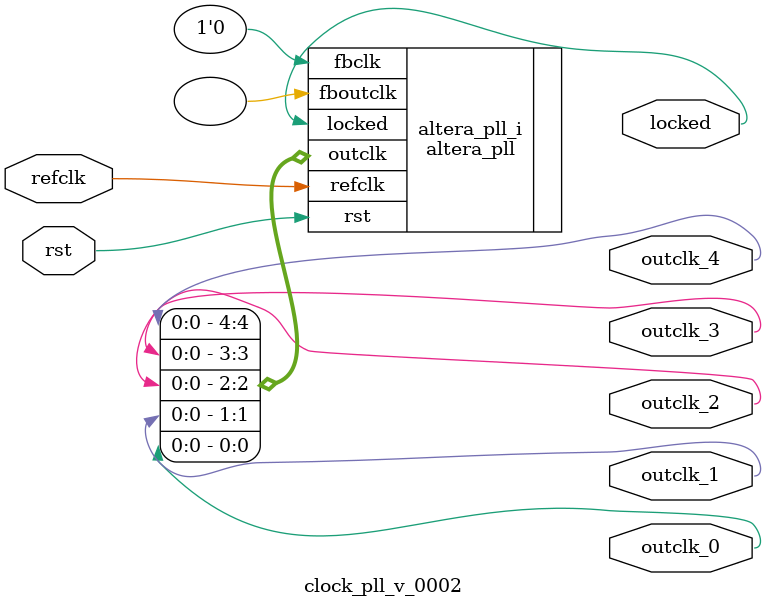
<source format=v>
`timescale 1ns/10ps
module  clock_pll_v_0002(

	// interface 'refclk'
	input wire refclk,

	// interface 'reset'
	input wire rst,

	// interface 'outclk0'
	output wire outclk_0,

	// interface 'outclk1'
	output wire outclk_1,

	// interface 'outclk2'
	output wire outclk_2,

	// interface 'outclk3'
	output wire outclk_3,

	// interface 'outclk4'
	output wire outclk_4,

	// interface 'locked'
	output wire locked
);

	altera_pll #(
		.fractional_vco_multiplier("false"),
		.reference_clock_frequency("50.0 MHz"),
		.operation_mode("direct"),
		.number_of_clocks(5),
		.output_clock_frequency0("25.000000 MHz"),
		.phase_shift0("0 ps"),
		.duty_cycle0(50),
		.output_clock_frequency1("125.000000 MHz"),
		.phase_shift1("0 ps"),
		.duty_cycle1(50),
		.output_clock_frequency2("100.000000 MHz"),
		.phase_shift2("0 ps"),
		.duty_cycle2(50),
		.output_clock_frequency3("100.000000 MHz"),
		.phase_shift3("2500 ps"),
		.duty_cycle3(50),
		.output_clock_frequency4("50.000000 MHz"),
		.phase_shift4("0 ps"),
		.duty_cycle4(50),
		.output_clock_frequency5("0 MHz"),
		.phase_shift5("0 ps"),
		.duty_cycle5(50),
		.output_clock_frequency6("0 MHz"),
		.phase_shift6("0 ps"),
		.duty_cycle6(50),
		.output_clock_frequency7("0 MHz"),
		.phase_shift7("0 ps"),
		.duty_cycle7(50),
		.output_clock_frequency8("0 MHz"),
		.phase_shift8("0 ps"),
		.duty_cycle8(50),
		.output_clock_frequency9("0 MHz"),
		.phase_shift9("0 ps"),
		.duty_cycle9(50),
		.output_clock_frequency10("0 MHz"),
		.phase_shift10("0 ps"),
		.duty_cycle10(50),
		.output_clock_frequency11("0 MHz"),
		.phase_shift11("0 ps"),
		.duty_cycle11(50),
		.output_clock_frequency12("0 MHz"),
		.phase_shift12("0 ps"),
		.duty_cycle12(50),
		.output_clock_frequency13("0 MHz"),
		.phase_shift13("0 ps"),
		.duty_cycle13(50),
		.output_clock_frequency14("0 MHz"),
		.phase_shift14("0 ps"),
		.duty_cycle14(50),
		.output_clock_frequency15("0 MHz"),
		.phase_shift15("0 ps"),
		.duty_cycle15(50),
		.output_clock_frequency16("0 MHz"),
		.phase_shift16("0 ps"),
		.duty_cycle16(50),
		.output_clock_frequency17("0 MHz"),
		.phase_shift17("0 ps"),
		.duty_cycle17(50),
		.pll_type("General"),
		.pll_subtype("General")
	) altera_pll_i (
		.rst	(rst),
		.outclk	({outclk_4, outclk_3, outclk_2, outclk_1, outclk_0}),
		.locked	(locked),
		.fboutclk	( ),
		.fbclk	(1'b0),
		.refclk	(refclk)
	);
endmodule


</source>
